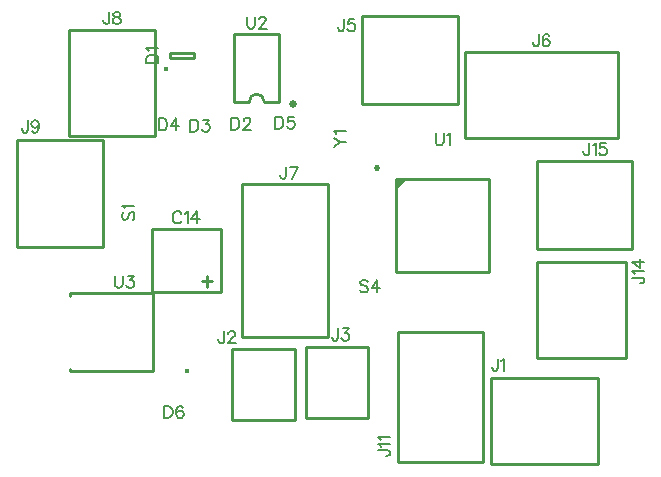
<source format=gbr>
G04 DipTrace 3.2.0.1*
G04 TopSilk.gbr*
%MOIN*%
G04 #@! TF.FileFunction,Legend,Top*
G04 #@! TF.Part,Single*
%ADD10C,0.009843*%
%ADD22C,0.015415*%
%ADD34C,0.02075*%
%ADD37C,0.02501*%
%ADD39C,0.015408*%
%ADD96C,0.005906*%
%FSLAX26Y26*%
G04*
G70*
G90*
G75*
G01*
G04 TopSilk*
%LPD*%
X1149743Y1217825D2*
D10*
X921396D1*
Y1007196D1*
X1149743D1*
Y1217825D1*
X1122181Y1042623D2*
X1086742D1*
X1104462Y1062317D2*
Y1024910D1*
D22*
X968650Y1751591D3*
X981775Y1785992D2*
D10*
X1060522D1*
Y1805667D1*
X981775D1*
Y1785992D1*
X2406419Y433497D2*
X2050119D1*
Y720899D1*
X2406419D1*
Y433497D1*
X1397125Y818095D2*
X1188454D1*
Y581869D1*
X1397125D1*
Y818095D1*
X1642297Y822915D2*
X1433626D1*
Y586689D1*
X1642297D1*
Y822915D1*
X1939839Y1632507D2*
X1620941D1*
Y1927782D1*
X1939839D1*
Y1632507D1*
X2475898Y1522323D2*
X1964087D1*
Y1807756D1*
X2475898D1*
Y1522323D1*
X1506675Y1368432D2*
X1221241D1*
Y856621D1*
X1506675D1*
Y1368432D1*
X931692Y1882209D2*
X644290D1*
Y1525909D1*
X931692D1*
Y1882209D1*
X759185Y1514159D2*
X471783D1*
Y1157860D1*
X759185D1*
Y1514159D1*
X1740379Y441382D2*
X2023844D1*
Y874453D1*
X1740379D1*
Y441382D1*
X2500583Y1106744D2*
X2205307D1*
Y787846D1*
X2500583D1*
Y1106744D1*
X2202919Y1445059D2*
X2521816D1*
Y1149783D1*
X2202919D1*
Y1445059D1*
X1734854Y1383871D2*
X2045854D1*
Y1072871D1*
X1734854D1*
Y1383871D1*
G36*
D2*
Y1347621D1*
X1771104Y1383871D1*
X1734854D1*
G37*
D34*
X1672629Y1420171D3*
X1195269Y1641907D2*
D10*
Y1866913D1*
X1345270D1*
Y1641907D1*
X1295279D1*
X1195269D2*
X1245259D1*
X1295279D2*
G03X1245259Y1641907I-25010J-4D01*
G01*
D37*
X1391035Y1633050D3*
X924385Y743309D2*
D10*
Y1003151D1*
X648796Y743309D2*
X924385D1*
X648796D2*
Y751174D1*
Y1003151D2*
X924385D1*
X648796D2*
Y995286D1*
D39*
X1039331Y744242D3*
X1018961Y1266718D2*
D96*
X1017060Y1270521D1*
X1013213Y1274368D1*
X1009411Y1276269D1*
X1001761D1*
X997914Y1274368D1*
X994112Y1270521D1*
X992166Y1266718D1*
X990265Y1260970D1*
Y1251375D1*
X992166Y1245672D1*
X994112Y1241825D1*
X997914Y1238022D1*
X1001761Y1236077D1*
X1009411D1*
X1013213Y1238022D1*
X1017060Y1241825D1*
X1018961Y1245672D1*
X1030772Y1268575D2*
X1034619Y1270521D1*
X1040367Y1276225D1*
Y1236077D1*
X1071323D2*
Y1276225D1*
X1052178Y1249474D1*
X1080874D1*
X902500Y1771729D2*
X942692D1*
Y1785127D1*
X940746Y1790875D1*
X936944Y1794721D1*
X933097Y1796623D1*
X927393Y1798524D1*
X917798D1*
X912050Y1796623D1*
X908248Y1794721D1*
X904401Y1790875D1*
X902500Y1785127D1*
Y1771729D1*
X910193Y1810335D2*
X908248Y1814182D1*
X902544Y1819930D1*
X942692D1*
X1185671Y1588161D2*
Y1547969D1*
X1199069D1*
X1204817Y1549915D1*
X1208663Y1553717D1*
X1210565Y1557564D1*
X1212466Y1563268D1*
Y1572863D1*
X1210565Y1578611D1*
X1208663Y1582413D1*
X1204817Y1586260D1*
X1199069Y1588161D1*
X1185671D1*
X1226222Y1578566D2*
Y1580468D1*
X1228124Y1584314D1*
X1230025Y1586216D1*
X1233872Y1588117D1*
X1241521D1*
X1245324Y1586216D1*
X1247225Y1584314D1*
X1249170Y1580468D1*
Y1576665D1*
X1247225Y1572818D1*
X1243422Y1567115D1*
X1224277Y1547969D1*
X1251072D1*
X1048809Y1582135D2*
Y1541943D1*
X1062206D1*
X1067954Y1543888D1*
X1071801Y1547691D1*
X1073702Y1551538D1*
X1075604Y1557242D1*
Y1566836D1*
X1073702Y1572584D1*
X1071801Y1576387D1*
X1067954Y1580234D1*
X1062206Y1582135D1*
X1048809D1*
X1091261Y1582091D2*
X1112264D1*
X1100812Y1566792D1*
X1106560D1*
X1110363Y1564891D1*
X1112264Y1562990D1*
X1114209Y1557242D1*
Y1553439D1*
X1112264Y1547691D1*
X1108461Y1543844D1*
X1102713Y1541943D1*
X1096965D1*
X1091261Y1543844D1*
X1089360Y1545790D1*
X1087415Y1549592D1*
X944152Y1586247D2*
Y1546055D1*
X957550D1*
X963298Y1548000D1*
X967144Y1551803D1*
X969046Y1555649D1*
X970947Y1561353D1*
Y1570948D1*
X969046Y1576696D1*
X967144Y1580498D1*
X963298Y1584345D1*
X957550Y1586247D1*
X944152D1*
X1001903Y1546055D2*
Y1586202D1*
X982758Y1559452D1*
X1011454D1*
X1332386Y1591729D2*
Y1551537D1*
X1345784D1*
X1351532Y1553483D1*
X1355379Y1557285D1*
X1357280Y1561132D1*
X1359181Y1566836D1*
Y1576431D1*
X1357280Y1582179D1*
X1355379Y1585981D1*
X1351532Y1589828D1*
X1345784Y1591729D1*
X1332386D1*
X1393940Y1591685D2*
X1374839D1*
X1372938Y1574485D1*
X1374839Y1576387D1*
X1380587Y1578332D1*
X1386291D1*
X1392039Y1576387D1*
X1395886Y1572584D1*
X1397787Y1566836D1*
Y1563034D1*
X1395886Y1557285D1*
X1392039Y1553439D1*
X1386291Y1551537D1*
X1380587D1*
X1374839Y1553439D1*
X1372938Y1555384D1*
X1370992Y1559187D1*
X962595Y627286D2*
Y587094D1*
X975993D1*
X981741Y589039D1*
X985588Y592842D1*
X987489Y596689D1*
X989390Y602392D1*
Y611987D1*
X987489Y617735D1*
X985588Y621538D1*
X981741Y625385D1*
X975993Y627286D1*
X962595D1*
X1024149Y621538D2*
X1022248Y625340D1*
X1016500Y627242D1*
X1012697D1*
X1006949Y625340D1*
X1003102Y619592D1*
X1001201Y610042D1*
Y600491D1*
X1003102Y592842D1*
X1006949Y588995D1*
X1012697Y587094D1*
X1014598D1*
X1020302Y588995D1*
X1024149Y592842D1*
X1026050Y598590D1*
Y600491D1*
X1024149Y606239D1*
X1020302Y610042D1*
X1014598Y611943D1*
X1012697D1*
X1006949Y610042D1*
X1003102Y606239D1*
X1001201Y600491D1*
X2073697Y785660D2*
Y755063D1*
X2071795Y749315D1*
X2069850Y747413D1*
X2066047Y745468D1*
X2062200D1*
X2058398Y747413D1*
X2056497Y749315D1*
X2054551Y755063D1*
Y758865D1*
X2085508Y777966D2*
X2089354Y779912D1*
X2095102Y785616D1*
Y745468D1*
X1161507Y877080D2*
Y846483D1*
X1159606Y840735D1*
X1157661Y838833D1*
X1153858Y836888D1*
X1150011D1*
X1146209Y838833D1*
X1144307Y840735D1*
X1142362Y846483D1*
Y850285D1*
X1175264Y867485D2*
Y869386D1*
X1177165Y873233D1*
X1179066Y875134D1*
X1182913Y877036D1*
X1190562D1*
X1194365Y875134D1*
X1196266Y873233D1*
X1198212Y869386D1*
Y865584D1*
X1196266Y861737D1*
X1192464Y856033D1*
X1173318Y836888D1*
X1200113D1*
X1540648Y885727D2*
Y855130D1*
X1538747Y849382D1*
X1536801Y847480D1*
X1532998Y845535D1*
X1529152D1*
X1525349Y847480D1*
X1523448Y849382D1*
X1521502Y855130D1*
Y858932D1*
X1556306Y885683D2*
X1577308D1*
X1565856Y870384D1*
X1571604D1*
X1575407Y868483D1*
X1577308Y866581D1*
X1579253Y860833D1*
Y857031D1*
X1577308Y851283D1*
X1573505Y847436D1*
X1567757Y845535D1*
X1562009D1*
X1556306Y847436D1*
X1554404Y849382D1*
X1552459Y853184D1*
X1560450Y1917250D2*
Y1886653D1*
X1558548Y1880905D1*
X1556603Y1879004D1*
X1552800Y1877058D1*
X1548954D1*
X1545151Y1879004D1*
X1543250Y1880905D1*
X1541304Y1886653D1*
Y1890456D1*
X1595209Y1917206D2*
X1576107D1*
X1574206Y1900006D1*
X1576107Y1901908D1*
X1581855Y1903853D1*
X1587559D1*
X1593307Y1901908D1*
X1597154Y1898105D1*
X1599055Y1892357D1*
Y1888555D1*
X1597154Y1882806D1*
X1593307Y1878960D1*
X1587559Y1877058D1*
X1581855D1*
X1576107Y1878960D1*
X1574206Y1880905D1*
X1572261Y1884708D1*
X2211235Y1866199D2*
Y1835602D1*
X2209333Y1829854D1*
X2207388Y1827953D1*
X2203585Y1826007D1*
X2199739D1*
X2195936Y1827953D1*
X2194035Y1829854D1*
X2192089Y1835602D1*
Y1839405D1*
X2245994Y1860451D2*
X2244092Y1864254D1*
X2238344Y1866155D1*
X2234542D1*
X2228794Y1864254D1*
X2224947Y1858506D1*
X2223046Y1848955D1*
Y1839405D1*
X2224947Y1831755D1*
X2228794Y1827909D1*
X2234542Y1826007D1*
X2236443D1*
X2242147Y1827909D1*
X2245994Y1831755D1*
X2247895Y1837503D1*
Y1839405D1*
X2245994Y1845153D1*
X2242147Y1848955D1*
X2236443Y1850856D1*
X2234542D1*
X2228794Y1848955D1*
X2224947Y1845153D1*
X2223046Y1839405D1*
X1367625Y1425201D2*
Y1394603D1*
X1365724Y1388855D1*
X1363779Y1386954D1*
X1359976Y1385009D1*
X1356129D1*
X1352327Y1386954D1*
X1350426Y1388855D1*
X1348480Y1394603D1*
Y1398406D1*
X1387086Y1385009D2*
X1406231Y1425156D1*
X1379437D1*
X778283Y1940652D2*
Y1910055D1*
X776381Y1904307D1*
X774436Y1902406D1*
X770633Y1900460D1*
X766787D1*
X762984Y1902406D1*
X761083Y1904307D1*
X759137Y1910055D1*
Y1913857D1*
X799644Y1940608D2*
X793941Y1938707D1*
X791995Y1934904D1*
Y1931057D1*
X793941Y1927255D1*
X797743Y1925309D1*
X805392Y1923408D1*
X811140Y1921507D1*
X814943Y1917660D1*
X816844Y1913857D1*
Y1908109D1*
X814943Y1904307D1*
X813042Y1902361D1*
X807294Y1900460D1*
X799644D1*
X793941Y1902361D1*
X791995Y1904307D1*
X790094Y1908109D1*
Y1913857D1*
X791995Y1917660D1*
X795842Y1921507D1*
X801546Y1923408D1*
X809195Y1925309D1*
X813042Y1927255D1*
X814943Y1931057D1*
Y1934904D1*
X813042Y1938707D1*
X807294Y1940608D1*
X799644D1*
X507419Y1579172D2*
Y1548575D1*
X505517Y1542826D1*
X503572Y1540925D1*
X499769Y1538980D1*
X495923D1*
X492120Y1540925D1*
X490219Y1542826D1*
X488273Y1548575D1*
Y1552377D1*
X544123Y1565774D2*
X542178Y1560026D1*
X538375Y1556180D1*
X532627Y1554278D1*
X530726D1*
X524978Y1556180D1*
X521175Y1560026D1*
X519230Y1565774D1*
Y1567676D1*
X521175Y1573424D1*
X524978Y1577226D1*
X530726Y1579127D1*
X532627D1*
X538375Y1577226D1*
X542178Y1573424D1*
X544123Y1565774D1*
Y1556180D1*
X542178Y1546629D1*
X538375Y1540881D1*
X532627Y1538980D1*
X528824D1*
X523076Y1540881D1*
X521175Y1544728D1*
X1675036Y480423D2*
X1705633D1*
X1711381Y478522D1*
X1713282Y476576D1*
X1715228Y472774D1*
Y468927D1*
X1713282Y465124D1*
X1711381Y463223D1*
X1705633Y461278D1*
X1701830D1*
X1682729Y492234D2*
X1680784Y496081D1*
X1675080Y501829D1*
X1715228D1*
X1682729Y513640D2*
X1680784Y517486D1*
X1675080Y523234D1*
X1715228D1*
X2522000Y1055027D2*
X2552597D1*
X2558346Y1053126D1*
X2560247Y1051180D1*
X2562192Y1047378D1*
Y1043531D1*
X2560247Y1039729D1*
X2558345Y1037827D1*
X2552597Y1035882D1*
X2548795D1*
X2529694Y1066838D2*
X2527748Y1070685D1*
X2522044Y1076433D1*
X2562192D1*
Y1107389D2*
X2522044D1*
X2548795Y1088244D1*
Y1116940D1*
X2378335Y1503502D2*
Y1472905D1*
X2376433Y1467157D1*
X2374488Y1465256D1*
X2370685Y1463310D1*
X2366839D1*
X2363036Y1465256D1*
X2361135Y1467157D1*
X2359189Y1472905D1*
Y1476708D1*
X2390146Y1495809D2*
X2393992Y1497754D1*
X2399740Y1503458D1*
Y1463310D1*
X2434499Y1503458D2*
X2415398D1*
X2413497Y1486258D1*
X2415398Y1488160D1*
X2421146Y1490105D1*
X2426850D1*
X2432598Y1488160D1*
X2436445Y1484357D1*
X2438346Y1478609D1*
Y1474806D1*
X2436445Y1469058D1*
X2432598Y1465212D1*
X2426850Y1463310D1*
X2421146D1*
X2415398Y1465212D1*
X2413497Y1467157D1*
X2411551Y1470960D1*
X828223Y1273882D2*
X824377Y1270080D1*
X822475Y1264332D1*
Y1256682D1*
X824377Y1250934D1*
X828223Y1247088D1*
X832026D1*
X835873Y1249033D1*
X837774Y1250934D1*
X839675Y1254737D1*
X843522Y1266233D1*
X845423Y1270080D1*
X847369Y1271981D1*
X851171Y1273882D1*
X856919D1*
X860722Y1270080D1*
X862667Y1264332D1*
Y1256682D1*
X860722Y1250934D1*
X856919Y1247088D1*
X830169Y1285693D2*
X828223Y1289540D1*
X822520Y1295288D1*
X862667D1*
X1641221Y1041407D2*
X1637419Y1045253D1*
X1631671Y1047155D1*
X1624021D1*
X1618273Y1045253D1*
X1614427Y1041407D1*
Y1037604D1*
X1616372Y1033757D1*
X1618273Y1031856D1*
X1622076Y1029955D1*
X1633572Y1026108D1*
X1637419Y1024207D1*
X1639320Y1022261D1*
X1641221Y1018459D1*
Y1012711D1*
X1637419Y1008908D1*
X1631671Y1006963D1*
X1624021D1*
X1618273Y1008908D1*
X1614427Y1012711D1*
X1672178Y1006963D2*
Y1047110D1*
X1653032Y1020360D1*
X1681728D1*
X1866254Y1536815D2*
Y1508119D1*
X1868155Y1502371D1*
X1872002Y1498568D1*
X1877750Y1496623D1*
X1881553D1*
X1887301Y1498568D1*
X1891147Y1502371D1*
X1893049Y1508119D1*
Y1536815D1*
X1904860Y1529121D2*
X1908707Y1531067D1*
X1914455Y1536771D1*
Y1496623D1*
X1237569Y1925356D2*
Y1896660D1*
X1239470Y1890912D1*
X1243317Y1887110D1*
X1249065Y1885164D1*
X1252867D1*
X1258615Y1887110D1*
X1262462Y1890912D1*
X1264364Y1896660D1*
Y1925356D1*
X1278120Y1915761D2*
Y1917663D1*
X1280021Y1921509D1*
X1281923Y1923411D1*
X1285769Y1925312D1*
X1293419D1*
X1297221Y1923411D1*
X1299122Y1921509D1*
X1301068Y1917663D1*
Y1913860D1*
X1299122Y1910013D1*
X1295320Y1904309D1*
X1276175Y1885164D1*
X1302969D1*
X797217Y1061594D2*
Y1032898D1*
X799118Y1027150D1*
X802965Y1023348D1*
X808713Y1021402D1*
X812516D1*
X818264Y1023348D1*
X822111Y1027150D1*
X824012Y1032898D1*
Y1061594D1*
X839670Y1061550D2*
X860672D1*
X849220Y1046251D1*
X854968D1*
X858771Y1044350D1*
X860672Y1042449D1*
X862618Y1036701D1*
Y1032898D1*
X860672Y1027150D1*
X856869Y1023304D1*
X851121Y1021402D1*
X845373D1*
X839670Y1023304D1*
X837768Y1025249D1*
X835823Y1029052D1*
X1527259Y1491463D2*
X1546404Y1506762D1*
X1567451D1*
X1527259Y1522060D2*
X1546404Y1506762D1*
X1534952Y1533871D2*
X1533007Y1537718D1*
X1527303Y1543466D1*
X1567451D1*
M02*

</source>
